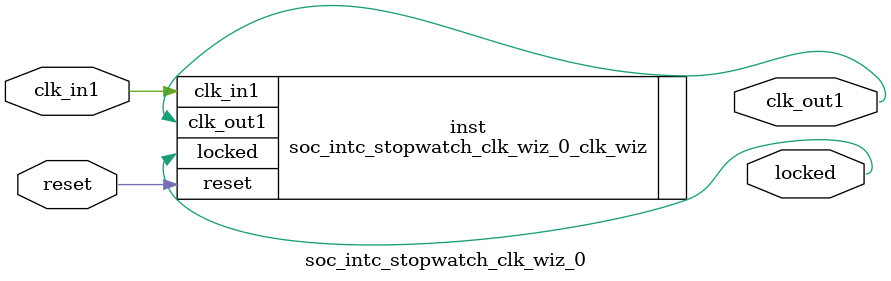
<source format=v>


`timescale 1ps/1ps

(* CORE_GENERATION_INFO = "soc_intc_stopwatch_clk_wiz_0,clk_wiz_v6_0_15_0_0,{component_name=soc_intc_stopwatch_clk_wiz_0,use_phase_alignment=true,use_min_o_jitter=false,use_max_i_jitter=false,use_dyn_phase_shift=false,use_inclk_switchover=false,use_dyn_reconfig=false,enable_axi=0,feedback_source=FDBK_AUTO,PRIMITIVE=MMCM,num_out_clk=1,clkin1_period=10.000,clkin2_period=10.000,use_power_down=false,use_reset=true,use_locked=true,use_inclk_stopped=false,feedback_type=SINGLE,CLOCK_MGR_TYPE=NA,manual_override=false}" *)

module soc_intc_stopwatch_clk_wiz_0 
 (
  // Clock out ports
  output        clk_out1,
  // Status and control signals
  input         reset,
  output        locked,
 // Clock in ports
  input         clk_in1
 );

  soc_intc_stopwatch_clk_wiz_0_clk_wiz inst
  (
  // Clock out ports  
  .clk_out1(clk_out1),
  // Status and control signals               
  .reset(reset), 
  .locked(locked),
 // Clock in ports
  .clk_in1(clk_in1)
  );

endmodule

</source>
